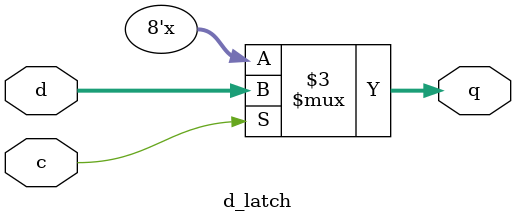
<source format=v>
module d_latch
# (
    parameter N = 8
) (
    input               c,
    input       [N-1:0] d,
    output reg  [N-1:0] q
);

always @* begin
    if (c)  q = d;
    else    q = q;
end

endmodule
</source>
